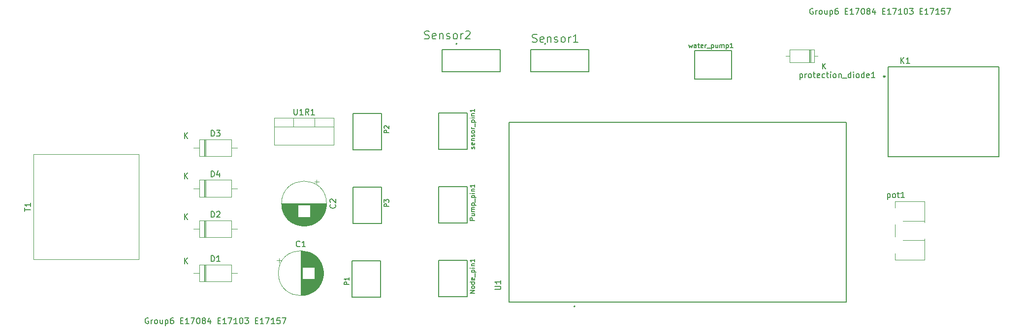
<source format=gbr>
%TF.GenerationSoftware,KiCad,Pcbnew,(6.0.10)*%
%TF.CreationDate,2023-01-19T14:06:35+05:30*%
%TF.ProjectId,KiCad PCB 11 - EE356 PCB 9 (2023-01-19),4b694361-6420-4504-9342-203131202d20,rev?*%
%TF.SameCoordinates,Original*%
%TF.FileFunction,Legend,Top*%
%TF.FilePolarity,Positive*%
%FSLAX46Y46*%
G04 Gerber Fmt 4.6, Leading zero omitted, Abs format (unit mm)*
G04 Created by KiCad (PCBNEW (6.0.10)) date 2023-01-19 14:06:35*
%MOMM*%
%LPD*%
G01*
G04 APERTURE LIST*
%ADD10C,0.150000*%
%ADD11C,0.203200*%
%ADD12C,0.120000*%
%ADD13C,0.127000*%
%ADD14C,0.200000*%
%ADD15C,0.300000*%
G04 APERTURE END LIST*
D10*
X111666190Y-84590000D02*
X111570952Y-84542380D01*
X111428095Y-84542380D01*
X111285238Y-84590000D01*
X111190000Y-84685238D01*
X111142380Y-84780476D01*
X111094761Y-84970952D01*
X111094761Y-85113809D01*
X111142380Y-85304285D01*
X111190000Y-85399523D01*
X111285238Y-85494761D01*
X111428095Y-85542380D01*
X111523333Y-85542380D01*
X111666190Y-85494761D01*
X111713809Y-85447142D01*
X111713809Y-85113809D01*
X111523333Y-85113809D01*
X112142380Y-85542380D02*
X112142380Y-84875714D01*
X112142380Y-85066190D02*
X112190000Y-84970952D01*
X112237619Y-84923333D01*
X112332857Y-84875714D01*
X112428095Y-84875714D01*
X112904285Y-85542380D02*
X112809047Y-85494761D01*
X112761428Y-85447142D01*
X112713809Y-85351904D01*
X112713809Y-85066190D01*
X112761428Y-84970952D01*
X112809047Y-84923333D01*
X112904285Y-84875714D01*
X113047142Y-84875714D01*
X113142380Y-84923333D01*
X113190000Y-84970952D01*
X113237619Y-85066190D01*
X113237619Y-85351904D01*
X113190000Y-85447142D01*
X113142380Y-85494761D01*
X113047142Y-85542380D01*
X112904285Y-85542380D01*
X114094761Y-84875714D02*
X114094761Y-85542380D01*
X113666190Y-84875714D02*
X113666190Y-85399523D01*
X113713809Y-85494761D01*
X113809047Y-85542380D01*
X113951904Y-85542380D01*
X114047142Y-85494761D01*
X114094761Y-85447142D01*
X114570952Y-84875714D02*
X114570952Y-85875714D01*
X114570952Y-84923333D02*
X114666190Y-84875714D01*
X114856666Y-84875714D01*
X114951904Y-84923333D01*
X114999523Y-84970952D01*
X115047142Y-85066190D01*
X115047142Y-85351904D01*
X114999523Y-85447142D01*
X114951904Y-85494761D01*
X114856666Y-85542380D01*
X114666190Y-85542380D01*
X114570952Y-85494761D01*
X115904285Y-84542380D02*
X115713809Y-84542380D01*
X115618571Y-84590000D01*
X115570952Y-84637619D01*
X115475714Y-84780476D01*
X115428095Y-84970952D01*
X115428095Y-85351904D01*
X115475714Y-85447142D01*
X115523333Y-85494761D01*
X115618571Y-85542380D01*
X115809047Y-85542380D01*
X115904285Y-85494761D01*
X115951904Y-85447142D01*
X115999523Y-85351904D01*
X115999523Y-85113809D01*
X115951904Y-85018571D01*
X115904285Y-84970952D01*
X115809047Y-84923333D01*
X115618571Y-84923333D01*
X115523333Y-84970952D01*
X115475714Y-85018571D01*
X115428095Y-85113809D01*
X117190000Y-85018571D02*
X117523333Y-85018571D01*
X117666190Y-85542380D02*
X117190000Y-85542380D01*
X117190000Y-84542380D01*
X117666190Y-84542380D01*
X118618571Y-85542380D02*
X118047142Y-85542380D01*
X118332857Y-85542380D02*
X118332857Y-84542380D01*
X118237619Y-84685238D01*
X118142380Y-84780476D01*
X118047142Y-84828095D01*
X118951904Y-84542380D02*
X119618571Y-84542380D01*
X119190000Y-85542380D01*
X120190000Y-84542380D02*
X120285238Y-84542380D01*
X120380476Y-84590000D01*
X120428095Y-84637619D01*
X120475714Y-84732857D01*
X120523333Y-84923333D01*
X120523333Y-85161428D01*
X120475714Y-85351904D01*
X120428095Y-85447142D01*
X120380476Y-85494761D01*
X120285238Y-85542380D01*
X120190000Y-85542380D01*
X120094761Y-85494761D01*
X120047142Y-85447142D01*
X119999523Y-85351904D01*
X119951904Y-85161428D01*
X119951904Y-84923333D01*
X119999523Y-84732857D01*
X120047142Y-84637619D01*
X120094761Y-84590000D01*
X120190000Y-84542380D01*
X121094761Y-84970952D02*
X120999523Y-84923333D01*
X120951904Y-84875714D01*
X120904285Y-84780476D01*
X120904285Y-84732857D01*
X120951904Y-84637619D01*
X120999523Y-84590000D01*
X121094761Y-84542380D01*
X121285238Y-84542380D01*
X121380476Y-84590000D01*
X121428095Y-84637619D01*
X121475714Y-84732857D01*
X121475714Y-84780476D01*
X121428095Y-84875714D01*
X121380476Y-84923333D01*
X121285238Y-84970952D01*
X121094761Y-84970952D01*
X120999523Y-85018571D01*
X120951904Y-85066190D01*
X120904285Y-85161428D01*
X120904285Y-85351904D01*
X120951904Y-85447142D01*
X120999523Y-85494761D01*
X121094761Y-85542380D01*
X121285238Y-85542380D01*
X121380476Y-85494761D01*
X121428095Y-85447142D01*
X121475714Y-85351904D01*
X121475714Y-85161428D01*
X121428095Y-85066190D01*
X121380476Y-85018571D01*
X121285238Y-84970952D01*
X122332857Y-84875714D02*
X122332857Y-85542380D01*
X122094761Y-84494761D02*
X121856666Y-85209047D01*
X122475714Y-85209047D01*
X123618571Y-85018571D02*
X123951904Y-85018571D01*
X124094761Y-85542380D02*
X123618571Y-85542380D01*
X123618571Y-84542380D01*
X124094761Y-84542380D01*
X125047142Y-85542380D02*
X124475714Y-85542380D01*
X124761428Y-85542380D02*
X124761428Y-84542380D01*
X124666190Y-84685238D01*
X124570952Y-84780476D01*
X124475714Y-84828095D01*
X125380476Y-84542380D02*
X126047142Y-84542380D01*
X125618571Y-85542380D01*
X126951904Y-85542380D02*
X126380476Y-85542380D01*
X126666190Y-85542380D02*
X126666190Y-84542380D01*
X126570952Y-84685238D01*
X126475714Y-84780476D01*
X126380476Y-84828095D01*
X127570952Y-84542380D02*
X127666190Y-84542380D01*
X127761428Y-84590000D01*
X127809047Y-84637619D01*
X127856666Y-84732857D01*
X127904285Y-84923333D01*
X127904285Y-85161428D01*
X127856666Y-85351904D01*
X127809047Y-85447142D01*
X127761428Y-85494761D01*
X127666190Y-85542380D01*
X127570952Y-85542380D01*
X127475714Y-85494761D01*
X127428095Y-85447142D01*
X127380476Y-85351904D01*
X127332857Y-85161428D01*
X127332857Y-84923333D01*
X127380476Y-84732857D01*
X127428095Y-84637619D01*
X127475714Y-84590000D01*
X127570952Y-84542380D01*
X128237619Y-84542380D02*
X128856666Y-84542380D01*
X128523333Y-84923333D01*
X128666190Y-84923333D01*
X128761428Y-84970952D01*
X128809047Y-85018571D01*
X128856666Y-85113809D01*
X128856666Y-85351904D01*
X128809047Y-85447142D01*
X128761428Y-85494761D01*
X128666190Y-85542380D01*
X128380476Y-85542380D01*
X128285238Y-85494761D01*
X128237619Y-85447142D01*
X130047142Y-85018571D02*
X130380476Y-85018571D01*
X130523333Y-85542380D02*
X130047142Y-85542380D01*
X130047142Y-84542380D01*
X130523333Y-84542380D01*
X131475714Y-85542380D02*
X130904285Y-85542380D01*
X131190000Y-85542380D02*
X131190000Y-84542380D01*
X131094761Y-84685238D01*
X130999523Y-84780476D01*
X130904285Y-84828095D01*
X131809047Y-84542380D02*
X132475714Y-84542380D01*
X132047142Y-85542380D01*
X133380476Y-85542380D02*
X132809047Y-85542380D01*
X133094761Y-85542380D02*
X133094761Y-84542380D01*
X132999523Y-84685238D01*
X132904285Y-84780476D01*
X132809047Y-84828095D01*
X134285238Y-84542380D02*
X133809047Y-84542380D01*
X133761428Y-85018571D01*
X133809047Y-84970952D01*
X133904285Y-84923333D01*
X134142380Y-84923333D01*
X134237619Y-84970952D01*
X134285238Y-85018571D01*
X134332857Y-85113809D01*
X134332857Y-85351904D01*
X134285238Y-85447142D01*
X134237619Y-85494761D01*
X134142380Y-85542380D01*
X133904285Y-85542380D01*
X133809047Y-85494761D01*
X133761428Y-85447142D01*
X134666190Y-84542380D02*
X135332857Y-84542380D01*
X134904285Y-85542380D01*
X225966190Y-31250000D02*
X225870952Y-31202380D01*
X225728095Y-31202380D01*
X225585238Y-31250000D01*
X225490000Y-31345238D01*
X225442380Y-31440476D01*
X225394761Y-31630952D01*
X225394761Y-31773809D01*
X225442380Y-31964285D01*
X225490000Y-32059523D01*
X225585238Y-32154761D01*
X225728095Y-32202380D01*
X225823333Y-32202380D01*
X225966190Y-32154761D01*
X226013809Y-32107142D01*
X226013809Y-31773809D01*
X225823333Y-31773809D01*
X226442380Y-32202380D02*
X226442380Y-31535714D01*
X226442380Y-31726190D02*
X226490000Y-31630952D01*
X226537619Y-31583333D01*
X226632857Y-31535714D01*
X226728095Y-31535714D01*
X227204285Y-32202380D02*
X227109047Y-32154761D01*
X227061428Y-32107142D01*
X227013809Y-32011904D01*
X227013809Y-31726190D01*
X227061428Y-31630952D01*
X227109047Y-31583333D01*
X227204285Y-31535714D01*
X227347142Y-31535714D01*
X227442380Y-31583333D01*
X227490000Y-31630952D01*
X227537619Y-31726190D01*
X227537619Y-32011904D01*
X227490000Y-32107142D01*
X227442380Y-32154761D01*
X227347142Y-32202380D01*
X227204285Y-32202380D01*
X228394761Y-31535714D02*
X228394761Y-32202380D01*
X227966190Y-31535714D02*
X227966190Y-32059523D01*
X228013809Y-32154761D01*
X228109047Y-32202380D01*
X228251904Y-32202380D01*
X228347142Y-32154761D01*
X228394761Y-32107142D01*
X228870952Y-31535714D02*
X228870952Y-32535714D01*
X228870952Y-31583333D02*
X228966190Y-31535714D01*
X229156666Y-31535714D01*
X229251904Y-31583333D01*
X229299523Y-31630952D01*
X229347142Y-31726190D01*
X229347142Y-32011904D01*
X229299523Y-32107142D01*
X229251904Y-32154761D01*
X229156666Y-32202380D01*
X228966190Y-32202380D01*
X228870952Y-32154761D01*
X230204285Y-31202380D02*
X230013809Y-31202380D01*
X229918571Y-31250000D01*
X229870952Y-31297619D01*
X229775714Y-31440476D01*
X229728095Y-31630952D01*
X229728095Y-32011904D01*
X229775714Y-32107142D01*
X229823333Y-32154761D01*
X229918571Y-32202380D01*
X230109047Y-32202380D01*
X230204285Y-32154761D01*
X230251904Y-32107142D01*
X230299523Y-32011904D01*
X230299523Y-31773809D01*
X230251904Y-31678571D01*
X230204285Y-31630952D01*
X230109047Y-31583333D01*
X229918571Y-31583333D01*
X229823333Y-31630952D01*
X229775714Y-31678571D01*
X229728095Y-31773809D01*
X231490000Y-31678571D02*
X231823333Y-31678571D01*
X231966190Y-32202380D02*
X231490000Y-32202380D01*
X231490000Y-31202380D01*
X231966190Y-31202380D01*
X232918571Y-32202380D02*
X232347142Y-32202380D01*
X232632857Y-32202380D02*
X232632857Y-31202380D01*
X232537619Y-31345238D01*
X232442380Y-31440476D01*
X232347142Y-31488095D01*
X233251904Y-31202380D02*
X233918571Y-31202380D01*
X233490000Y-32202380D01*
X234490000Y-31202380D02*
X234585238Y-31202380D01*
X234680476Y-31250000D01*
X234728095Y-31297619D01*
X234775714Y-31392857D01*
X234823333Y-31583333D01*
X234823333Y-31821428D01*
X234775714Y-32011904D01*
X234728095Y-32107142D01*
X234680476Y-32154761D01*
X234585238Y-32202380D01*
X234490000Y-32202380D01*
X234394761Y-32154761D01*
X234347142Y-32107142D01*
X234299523Y-32011904D01*
X234251904Y-31821428D01*
X234251904Y-31583333D01*
X234299523Y-31392857D01*
X234347142Y-31297619D01*
X234394761Y-31250000D01*
X234490000Y-31202380D01*
X235394761Y-31630952D02*
X235299523Y-31583333D01*
X235251904Y-31535714D01*
X235204285Y-31440476D01*
X235204285Y-31392857D01*
X235251904Y-31297619D01*
X235299523Y-31250000D01*
X235394761Y-31202380D01*
X235585238Y-31202380D01*
X235680476Y-31250000D01*
X235728095Y-31297619D01*
X235775714Y-31392857D01*
X235775714Y-31440476D01*
X235728095Y-31535714D01*
X235680476Y-31583333D01*
X235585238Y-31630952D01*
X235394761Y-31630952D01*
X235299523Y-31678571D01*
X235251904Y-31726190D01*
X235204285Y-31821428D01*
X235204285Y-32011904D01*
X235251904Y-32107142D01*
X235299523Y-32154761D01*
X235394761Y-32202380D01*
X235585238Y-32202380D01*
X235680476Y-32154761D01*
X235728095Y-32107142D01*
X235775714Y-32011904D01*
X235775714Y-31821428D01*
X235728095Y-31726190D01*
X235680476Y-31678571D01*
X235585238Y-31630952D01*
X236632857Y-31535714D02*
X236632857Y-32202380D01*
X236394761Y-31154761D02*
X236156666Y-31869047D01*
X236775714Y-31869047D01*
X237918571Y-31678571D02*
X238251904Y-31678571D01*
X238394761Y-32202380D02*
X237918571Y-32202380D01*
X237918571Y-31202380D01*
X238394761Y-31202380D01*
X239347142Y-32202380D02*
X238775714Y-32202380D01*
X239061428Y-32202380D02*
X239061428Y-31202380D01*
X238966190Y-31345238D01*
X238870952Y-31440476D01*
X238775714Y-31488095D01*
X239680476Y-31202380D02*
X240347142Y-31202380D01*
X239918571Y-32202380D01*
X241251904Y-32202380D02*
X240680476Y-32202380D01*
X240966190Y-32202380D02*
X240966190Y-31202380D01*
X240870952Y-31345238D01*
X240775714Y-31440476D01*
X240680476Y-31488095D01*
X241870952Y-31202380D02*
X241966190Y-31202380D01*
X242061428Y-31250000D01*
X242109047Y-31297619D01*
X242156666Y-31392857D01*
X242204285Y-31583333D01*
X242204285Y-31821428D01*
X242156666Y-32011904D01*
X242109047Y-32107142D01*
X242061428Y-32154761D01*
X241966190Y-32202380D01*
X241870952Y-32202380D01*
X241775714Y-32154761D01*
X241728095Y-32107142D01*
X241680476Y-32011904D01*
X241632857Y-31821428D01*
X241632857Y-31583333D01*
X241680476Y-31392857D01*
X241728095Y-31297619D01*
X241775714Y-31250000D01*
X241870952Y-31202380D01*
X242537619Y-31202380D02*
X243156666Y-31202380D01*
X242823333Y-31583333D01*
X242966190Y-31583333D01*
X243061428Y-31630952D01*
X243109047Y-31678571D01*
X243156666Y-31773809D01*
X243156666Y-32011904D01*
X243109047Y-32107142D01*
X243061428Y-32154761D01*
X242966190Y-32202380D01*
X242680476Y-32202380D01*
X242585238Y-32154761D01*
X242537619Y-32107142D01*
X244347142Y-31678571D02*
X244680476Y-31678571D01*
X244823333Y-32202380D02*
X244347142Y-32202380D01*
X244347142Y-31202380D01*
X244823333Y-31202380D01*
X245775714Y-32202380D02*
X245204285Y-32202380D01*
X245489999Y-32202380D02*
X245489999Y-31202380D01*
X245394761Y-31345238D01*
X245299523Y-31440476D01*
X245204285Y-31488095D01*
X246109047Y-31202380D02*
X246775714Y-31202380D01*
X246347142Y-32202380D01*
X247680476Y-32202380D02*
X247109047Y-32202380D01*
X247394761Y-32202380D02*
X247394761Y-31202380D01*
X247299523Y-31345238D01*
X247204285Y-31440476D01*
X247109047Y-31488095D01*
X248585238Y-31202380D02*
X248109047Y-31202380D01*
X248061428Y-31678571D01*
X248109047Y-31630952D01*
X248204285Y-31583333D01*
X248442380Y-31583333D01*
X248537619Y-31630952D01*
X248585238Y-31678571D01*
X248632857Y-31773809D01*
X248632857Y-32011904D01*
X248585238Y-32107142D01*
X248537619Y-32154761D01*
X248442380Y-32202380D01*
X248204285Y-32202380D01*
X248109047Y-32154761D01*
X248061428Y-32107142D01*
X248966190Y-31202380D02*
X249632857Y-31202380D01*
X249204285Y-32202380D01*
%TO.C,water_pump1*%
X204624523Y-37436571D02*
X204776904Y-37969904D01*
X204929285Y-37588952D01*
X205081666Y-37969904D01*
X205234047Y-37436571D01*
X205881666Y-37969904D02*
X205881666Y-37550857D01*
X205843571Y-37474666D01*
X205767380Y-37436571D01*
X205615000Y-37436571D01*
X205538809Y-37474666D01*
X205881666Y-37931809D02*
X205805476Y-37969904D01*
X205615000Y-37969904D01*
X205538809Y-37931809D01*
X205500714Y-37855619D01*
X205500714Y-37779428D01*
X205538809Y-37703238D01*
X205615000Y-37665142D01*
X205805476Y-37665142D01*
X205881666Y-37627047D01*
X206148333Y-37436571D02*
X206453095Y-37436571D01*
X206262619Y-37169904D02*
X206262619Y-37855619D01*
X206300714Y-37931809D01*
X206376904Y-37969904D01*
X206453095Y-37969904D01*
X207024523Y-37931809D02*
X206948333Y-37969904D01*
X206795952Y-37969904D01*
X206719761Y-37931809D01*
X206681666Y-37855619D01*
X206681666Y-37550857D01*
X206719761Y-37474666D01*
X206795952Y-37436571D01*
X206948333Y-37436571D01*
X207024523Y-37474666D01*
X207062619Y-37550857D01*
X207062619Y-37627047D01*
X206681666Y-37703238D01*
X207405476Y-37969904D02*
X207405476Y-37436571D01*
X207405476Y-37588952D02*
X207443571Y-37512761D01*
X207481666Y-37474666D01*
X207557857Y-37436571D01*
X207634047Y-37436571D01*
X207710238Y-38046095D02*
X208319761Y-38046095D01*
X208510238Y-37436571D02*
X208510238Y-38236571D01*
X208510238Y-37474666D02*
X208586428Y-37436571D01*
X208738809Y-37436571D01*
X208815000Y-37474666D01*
X208853095Y-37512761D01*
X208891190Y-37588952D01*
X208891190Y-37817523D01*
X208853095Y-37893714D01*
X208815000Y-37931809D01*
X208738809Y-37969904D01*
X208586428Y-37969904D01*
X208510238Y-37931809D01*
X209576904Y-37436571D02*
X209576904Y-37969904D01*
X209234047Y-37436571D02*
X209234047Y-37855619D01*
X209272142Y-37931809D01*
X209348333Y-37969904D01*
X209462619Y-37969904D01*
X209538809Y-37931809D01*
X209576904Y-37893714D01*
X209957857Y-37969904D02*
X209957857Y-37436571D01*
X209957857Y-37512761D02*
X209995952Y-37474666D01*
X210072142Y-37436571D01*
X210186428Y-37436571D01*
X210262619Y-37474666D01*
X210300714Y-37550857D01*
X210300714Y-37969904D01*
X210300714Y-37550857D02*
X210338809Y-37474666D01*
X210415000Y-37436571D01*
X210529285Y-37436571D01*
X210605476Y-37474666D01*
X210643571Y-37550857D01*
X210643571Y-37969904D01*
X211024523Y-37436571D02*
X211024523Y-38236571D01*
X211024523Y-37474666D02*
X211100714Y-37436571D01*
X211253095Y-37436571D01*
X211329285Y-37474666D01*
X211367380Y-37512761D01*
X211405476Y-37588952D01*
X211405476Y-37817523D01*
X211367380Y-37893714D01*
X211329285Y-37931809D01*
X211253095Y-37969904D01*
X211100714Y-37969904D01*
X211024523Y-37931809D01*
X212167380Y-37969904D02*
X211710238Y-37969904D01*
X211938809Y-37969904D02*
X211938809Y-37169904D01*
X211862619Y-37284190D01*
X211786428Y-37360380D01*
X211710238Y-37398476D01*
%TO.C,Pump_pin1*%
X167755904Y-67725666D02*
X166955904Y-67725666D01*
X166955904Y-67420904D01*
X166994000Y-67344714D01*
X167032095Y-67306619D01*
X167108285Y-67268523D01*
X167222571Y-67268523D01*
X167298761Y-67306619D01*
X167336857Y-67344714D01*
X167374952Y-67420904D01*
X167374952Y-67725666D01*
X167222571Y-66582809D02*
X167755904Y-66582809D01*
X167222571Y-66925666D02*
X167641619Y-66925666D01*
X167717809Y-66887571D01*
X167755904Y-66811380D01*
X167755904Y-66697095D01*
X167717809Y-66620904D01*
X167679714Y-66582809D01*
X167755904Y-66201857D02*
X167222571Y-66201857D01*
X167298761Y-66201857D02*
X167260666Y-66163761D01*
X167222571Y-66087571D01*
X167222571Y-65973285D01*
X167260666Y-65897095D01*
X167336857Y-65859000D01*
X167755904Y-65859000D01*
X167336857Y-65859000D02*
X167260666Y-65820904D01*
X167222571Y-65744714D01*
X167222571Y-65630428D01*
X167260666Y-65554238D01*
X167336857Y-65516142D01*
X167755904Y-65516142D01*
X167222571Y-65135190D02*
X168022571Y-65135190D01*
X167260666Y-65135190D02*
X167222571Y-65059000D01*
X167222571Y-64906619D01*
X167260666Y-64830428D01*
X167298761Y-64792333D01*
X167374952Y-64754238D01*
X167603523Y-64754238D01*
X167679714Y-64792333D01*
X167717809Y-64830428D01*
X167755904Y-64906619D01*
X167755904Y-65059000D01*
X167717809Y-65135190D01*
X167832095Y-64601857D02*
X167832095Y-63992333D01*
X167222571Y-63801857D02*
X168022571Y-63801857D01*
X167260666Y-63801857D02*
X167222571Y-63725666D01*
X167222571Y-63573285D01*
X167260666Y-63497095D01*
X167298761Y-63459000D01*
X167374952Y-63420904D01*
X167603523Y-63420904D01*
X167679714Y-63459000D01*
X167717809Y-63497095D01*
X167755904Y-63573285D01*
X167755904Y-63725666D01*
X167717809Y-63801857D01*
X167755904Y-63078047D02*
X167222571Y-63078047D01*
X166955904Y-63078047D02*
X166994000Y-63116142D01*
X167032095Y-63078047D01*
X166994000Y-63039952D01*
X166955904Y-63078047D01*
X167032095Y-63078047D01*
X167222571Y-62697095D02*
X167755904Y-62697095D01*
X167298761Y-62697095D02*
X167260666Y-62659000D01*
X167222571Y-62582809D01*
X167222571Y-62468523D01*
X167260666Y-62392333D01*
X167336857Y-62354238D01*
X167755904Y-62354238D01*
X167755904Y-61554238D02*
X167755904Y-62011380D01*
X167755904Y-61782809D02*
X166955904Y-61782809D01*
X167070190Y-61859000D01*
X167146380Y-61935190D01*
X167184476Y-62011380D01*
%TO.C,P1*%
X146157904Y-78806476D02*
X145357904Y-78806476D01*
X145357904Y-78501714D01*
X145396000Y-78425523D01*
X145434095Y-78387428D01*
X145510285Y-78349333D01*
X145624571Y-78349333D01*
X145700761Y-78387428D01*
X145738857Y-78425523D01*
X145776952Y-78501714D01*
X145776952Y-78806476D01*
X146157904Y-77587428D02*
X146157904Y-78044571D01*
X146157904Y-77816000D02*
X145357904Y-77816000D01*
X145472190Y-77892190D01*
X145548380Y-77968380D01*
X145586476Y-78044571D01*
%TO.C,Node_pin1*%
X167755904Y-80254238D02*
X166955904Y-80254238D01*
X167755904Y-79797095D01*
X166955904Y-79797095D01*
X167755904Y-79301857D02*
X167717809Y-79378047D01*
X167679714Y-79416142D01*
X167603523Y-79454238D01*
X167374952Y-79454238D01*
X167298761Y-79416142D01*
X167260666Y-79378047D01*
X167222571Y-79301857D01*
X167222571Y-79187571D01*
X167260666Y-79111380D01*
X167298761Y-79073285D01*
X167374952Y-79035190D01*
X167603523Y-79035190D01*
X167679714Y-79073285D01*
X167717809Y-79111380D01*
X167755904Y-79187571D01*
X167755904Y-79301857D01*
X167755904Y-78349476D02*
X166955904Y-78349476D01*
X167717809Y-78349476D02*
X167755904Y-78425666D01*
X167755904Y-78578047D01*
X167717809Y-78654238D01*
X167679714Y-78692333D01*
X167603523Y-78730428D01*
X167374952Y-78730428D01*
X167298761Y-78692333D01*
X167260666Y-78654238D01*
X167222571Y-78578047D01*
X167222571Y-78425666D01*
X167260666Y-78349476D01*
X167717809Y-77663761D02*
X167755904Y-77739952D01*
X167755904Y-77892333D01*
X167717809Y-77968523D01*
X167641619Y-78006619D01*
X167336857Y-78006619D01*
X167260666Y-77968523D01*
X167222571Y-77892333D01*
X167222571Y-77739952D01*
X167260666Y-77663761D01*
X167336857Y-77625666D01*
X167413047Y-77625666D01*
X167489238Y-78006619D01*
X167832095Y-77473285D02*
X167832095Y-76863761D01*
X167222571Y-76673285D02*
X168022571Y-76673285D01*
X167260666Y-76673285D02*
X167222571Y-76597095D01*
X167222571Y-76444714D01*
X167260666Y-76368523D01*
X167298761Y-76330428D01*
X167374952Y-76292333D01*
X167603523Y-76292333D01*
X167679714Y-76330428D01*
X167717809Y-76368523D01*
X167755904Y-76444714D01*
X167755904Y-76597095D01*
X167717809Y-76673285D01*
X167755904Y-75949476D02*
X167222571Y-75949476D01*
X166955904Y-75949476D02*
X166994000Y-75987571D01*
X167032095Y-75949476D01*
X166994000Y-75911380D01*
X166955904Y-75949476D01*
X167032095Y-75949476D01*
X167222571Y-75568523D02*
X167755904Y-75568523D01*
X167298761Y-75568523D02*
X167260666Y-75530428D01*
X167222571Y-75454238D01*
X167222571Y-75339952D01*
X167260666Y-75263761D01*
X167336857Y-75225666D01*
X167755904Y-75225666D01*
X167755904Y-74425666D02*
X167755904Y-74882809D01*
X167755904Y-74654238D02*
X166955904Y-74654238D01*
X167070190Y-74730428D01*
X167146380Y-74806619D01*
X167184476Y-74882809D01*
%TO.C,D2*%
X122451904Y-67197380D02*
X122451904Y-66197380D01*
X122690000Y-66197380D01*
X122832857Y-66245000D01*
X122928095Y-66340238D01*
X122975714Y-66435476D01*
X123023333Y-66625952D01*
X123023333Y-66768809D01*
X122975714Y-66959285D01*
X122928095Y-67054523D01*
X122832857Y-67149761D01*
X122690000Y-67197380D01*
X122451904Y-67197380D01*
X123404285Y-66292619D02*
X123451904Y-66245000D01*
X123547142Y-66197380D01*
X123785238Y-66197380D01*
X123880476Y-66245000D01*
X123928095Y-66292619D01*
X123975714Y-66387857D01*
X123975714Y-66483095D01*
X123928095Y-66625952D01*
X123356666Y-67197380D01*
X123975714Y-67197380D01*
X117848095Y-67567380D02*
X117848095Y-66567380D01*
X118419523Y-67567380D02*
X117990952Y-66995952D01*
X118419523Y-66567380D02*
X117848095Y-67138809D01*
%TO.C,P2*%
X153015904Y-52644476D02*
X152215904Y-52644476D01*
X152215904Y-52339714D01*
X152254000Y-52263523D01*
X152292095Y-52225428D01*
X152368285Y-52187333D01*
X152482571Y-52187333D01*
X152558761Y-52225428D01*
X152596857Y-52263523D01*
X152634952Y-52339714D01*
X152634952Y-52644476D01*
X152292095Y-51882571D02*
X152254000Y-51844476D01*
X152215904Y-51768285D01*
X152215904Y-51577809D01*
X152254000Y-51501619D01*
X152292095Y-51463523D01*
X152368285Y-51425428D01*
X152444476Y-51425428D01*
X152558761Y-51463523D01*
X153015904Y-51920666D01*
X153015904Y-51425428D01*
%TO.C,sensor_pin1*%
X167717809Y-55368523D02*
X167755904Y-55292333D01*
X167755904Y-55139952D01*
X167717809Y-55063761D01*
X167641619Y-55025666D01*
X167603523Y-55025666D01*
X167527333Y-55063761D01*
X167489238Y-55139952D01*
X167489238Y-55254238D01*
X167451142Y-55330428D01*
X167374952Y-55368523D01*
X167336857Y-55368523D01*
X167260666Y-55330428D01*
X167222571Y-55254238D01*
X167222571Y-55139952D01*
X167260666Y-55063761D01*
X167717809Y-54378047D02*
X167755904Y-54454238D01*
X167755904Y-54606619D01*
X167717809Y-54682809D01*
X167641619Y-54720904D01*
X167336857Y-54720904D01*
X167260666Y-54682809D01*
X167222571Y-54606619D01*
X167222571Y-54454238D01*
X167260666Y-54378047D01*
X167336857Y-54339952D01*
X167413047Y-54339952D01*
X167489238Y-54720904D01*
X167222571Y-53997095D02*
X167755904Y-53997095D01*
X167298761Y-53997095D02*
X167260666Y-53959000D01*
X167222571Y-53882809D01*
X167222571Y-53768523D01*
X167260666Y-53692333D01*
X167336857Y-53654238D01*
X167755904Y-53654238D01*
X167717809Y-53311380D02*
X167755904Y-53235190D01*
X167755904Y-53082809D01*
X167717809Y-53006619D01*
X167641619Y-52968523D01*
X167603523Y-52968523D01*
X167527333Y-53006619D01*
X167489238Y-53082809D01*
X167489238Y-53197095D01*
X167451142Y-53273285D01*
X167374952Y-53311380D01*
X167336857Y-53311380D01*
X167260666Y-53273285D01*
X167222571Y-53197095D01*
X167222571Y-53082809D01*
X167260666Y-53006619D01*
X167755904Y-52511380D02*
X167717809Y-52587571D01*
X167679714Y-52625666D01*
X167603523Y-52663761D01*
X167374952Y-52663761D01*
X167298761Y-52625666D01*
X167260666Y-52587571D01*
X167222571Y-52511380D01*
X167222571Y-52397095D01*
X167260666Y-52320904D01*
X167298761Y-52282809D01*
X167374952Y-52244714D01*
X167603523Y-52244714D01*
X167679714Y-52282809D01*
X167717809Y-52320904D01*
X167755904Y-52397095D01*
X167755904Y-52511380D01*
X167755904Y-51901857D02*
X167222571Y-51901857D01*
X167374952Y-51901857D02*
X167298761Y-51863761D01*
X167260666Y-51825666D01*
X167222571Y-51749476D01*
X167222571Y-51673285D01*
X167832095Y-51597095D02*
X167832095Y-50987571D01*
X167222571Y-50797095D02*
X168022571Y-50797095D01*
X167260666Y-50797095D02*
X167222571Y-50720904D01*
X167222571Y-50568523D01*
X167260666Y-50492333D01*
X167298761Y-50454238D01*
X167374952Y-50416142D01*
X167603523Y-50416142D01*
X167679714Y-50454238D01*
X167717809Y-50492333D01*
X167755904Y-50568523D01*
X167755904Y-50720904D01*
X167717809Y-50797095D01*
X167755904Y-50073285D02*
X167222571Y-50073285D01*
X166955904Y-50073285D02*
X166994000Y-50111380D01*
X167032095Y-50073285D01*
X166994000Y-50035190D01*
X166955904Y-50073285D01*
X167032095Y-50073285D01*
X167222571Y-49692333D02*
X167755904Y-49692333D01*
X167298761Y-49692333D02*
X167260666Y-49654238D01*
X167222571Y-49578047D01*
X167222571Y-49463761D01*
X167260666Y-49387571D01*
X167336857Y-49349476D01*
X167755904Y-49349476D01*
X167755904Y-48549476D02*
X167755904Y-49006619D01*
X167755904Y-48778047D02*
X166955904Y-48778047D01*
X167070190Y-48854238D01*
X167146380Y-48930428D01*
X167184476Y-49006619D01*
%TO.C,U1R1*%
X136691904Y-48522380D02*
X136691904Y-49331904D01*
X136739523Y-49427142D01*
X136787142Y-49474761D01*
X136882380Y-49522380D01*
X137072857Y-49522380D01*
X137168095Y-49474761D01*
X137215714Y-49427142D01*
X137263333Y-49331904D01*
X137263333Y-48522380D01*
X138263333Y-49522380D02*
X137691904Y-49522380D01*
X137977619Y-49522380D02*
X137977619Y-48522380D01*
X137882380Y-48665238D01*
X137787142Y-48760476D01*
X137691904Y-48808095D01*
X139263333Y-49522380D02*
X138930000Y-49046190D01*
X138691904Y-49522380D02*
X138691904Y-48522380D01*
X139072857Y-48522380D01*
X139168095Y-48570000D01*
X139215714Y-48617619D01*
X139263333Y-48712857D01*
X139263333Y-48855714D01*
X139215714Y-48950952D01*
X139168095Y-48998571D01*
X139072857Y-49046190D01*
X138691904Y-49046190D01*
X140215714Y-49522380D02*
X139644285Y-49522380D01*
X139930000Y-49522380D02*
X139930000Y-48522380D01*
X139834761Y-48665238D01*
X139739523Y-48760476D01*
X139644285Y-48808095D01*
%TO.C,protection_diode1*%
X223703428Y-42473714D02*
X223703428Y-43473714D01*
X223703428Y-42521333D02*
X223798666Y-42473714D01*
X223989142Y-42473714D01*
X224084380Y-42521333D01*
X224132000Y-42568952D01*
X224179619Y-42664190D01*
X224179619Y-42949904D01*
X224132000Y-43045142D01*
X224084380Y-43092761D01*
X223989142Y-43140380D01*
X223798666Y-43140380D01*
X223703428Y-43092761D01*
X224608190Y-43140380D02*
X224608190Y-42473714D01*
X224608190Y-42664190D02*
X224655809Y-42568952D01*
X224703428Y-42521333D01*
X224798666Y-42473714D01*
X224893904Y-42473714D01*
X225370095Y-43140380D02*
X225274857Y-43092761D01*
X225227238Y-43045142D01*
X225179619Y-42949904D01*
X225179619Y-42664190D01*
X225227238Y-42568952D01*
X225274857Y-42521333D01*
X225370095Y-42473714D01*
X225512952Y-42473714D01*
X225608190Y-42521333D01*
X225655809Y-42568952D01*
X225703428Y-42664190D01*
X225703428Y-42949904D01*
X225655809Y-43045142D01*
X225608190Y-43092761D01*
X225512952Y-43140380D01*
X225370095Y-43140380D01*
X225989142Y-42473714D02*
X226370095Y-42473714D01*
X226132000Y-42140380D02*
X226132000Y-42997523D01*
X226179619Y-43092761D01*
X226274857Y-43140380D01*
X226370095Y-43140380D01*
X227084380Y-43092761D02*
X226989142Y-43140380D01*
X226798666Y-43140380D01*
X226703428Y-43092761D01*
X226655809Y-42997523D01*
X226655809Y-42616571D01*
X226703428Y-42521333D01*
X226798666Y-42473714D01*
X226989142Y-42473714D01*
X227084380Y-42521333D01*
X227132000Y-42616571D01*
X227132000Y-42711809D01*
X226655809Y-42807047D01*
X227989142Y-43092761D02*
X227893904Y-43140380D01*
X227703428Y-43140380D01*
X227608190Y-43092761D01*
X227560571Y-43045142D01*
X227512952Y-42949904D01*
X227512952Y-42664190D01*
X227560571Y-42568952D01*
X227608190Y-42521333D01*
X227703428Y-42473714D01*
X227893904Y-42473714D01*
X227989142Y-42521333D01*
X228274857Y-42473714D02*
X228655809Y-42473714D01*
X228417714Y-42140380D02*
X228417714Y-42997523D01*
X228465333Y-43092761D01*
X228560571Y-43140380D01*
X228655809Y-43140380D01*
X228989142Y-43140380D02*
X228989142Y-42473714D01*
X228989142Y-42140380D02*
X228941523Y-42188000D01*
X228989142Y-42235619D01*
X229036761Y-42188000D01*
X228989142Y-42140380D01*
X228989142Y-42235619D01*
X229608190Y-43140380D02*
X229512952Y-43092761D01*
X229465333Y-43045142D01*
X229417714Y-42949904D01*
X229417714Y-42664190D01*
X229465333Y-42568952D01*
X229512952Y-42521333D01*
X229608190Y-42473714D01*
X229751047Y-42473714D01*
X229846285Y-42521333D01*
X229893904Y-42568952D01*
X229941523Y-42664190D01*
X229941523Y-42949904D01*
X229893904Y-43045142D01*
X229846285Y-43092761D01*
X229751047Y-43140380D01*
X229608190Y-43140380D01*
X230370095Y-42473714D02*
X230370095Y-43140380D01*
X230370095Y-42568952D02*
X230417714Y-42521333D01*
X230512952Y-42473714D01*
X230655809Y-42473714D01*
X230751047Y-42521333D01*
X230798666Y-42616571D01*
X230798666Y-43140380D01*
X231036761Y-43235619D02*
X231798666Y-43235619D01*
X232465333Y-43140380D02*
X232465333Y-42140380D01*
X232465333Y-43092761D02*
X232370095Y-43140380D01*
X232179619Y-43140380D01*
X232084380Y-43092761D01*
X232036761Y-43045142D01*
X231989142Y-42949904D01*
X231989142Y-42664190D01*
X232036761Y-42568952D01*
X232084380Y-42521333D01*
X232179619Y-42473714D01*
X232370095Y-42473714D01*
X232465333Y-42521333D01*
X232941523Y-43140380D02*
X232941523Y-42473714D01*
X232941523Y-42140380D02*
X232893904Y-42188000D01*
X232941523Y-42235619D01*
X232989142Y-42188000D01*
X232941523Y-42140380D01*
X232941523Y-42235619D01*
X233560571Y-43140380D02*
X233465333Y-43092761D01*
X233417714Y-43045142D01*
X233370095Y-42949904D01*
X233370095Y-42664190D01*
X233417714Y-42568952D01*
X233465333Y-42521333D01*
X233560571Y-42473714D01*
X233703428Y-42473714D01*
X233798666Y-42521333D01*
X233846285Y-42568952D01*
X233893904Y-42664190D01*
X233893904Y-42949904D01*
X233846285Y-43045142D01*
X233798666Y-43092761D01*
X233703428Y-43140380D01*
X233560571Y-43140380D01*
X234751047Y-43140380D02*
X234751047Y-42140380D01*
X234751047Y-43092761D02*
X234655809Y-43140380D01*
X234465333Y-43140380D01*
X234370095Y-43092761D01*
X234322476Y-43045142D01*
X234274857Y-42949904D01*
X234274857Y-42664190D01*
X234322476Y-42568952D01*
X234370095Y-42521333D01*
X234465333Y-42473714D01*
X234655809Y-42473714D01*
X234751047Y-42521333D01*
X235608190Y-43092761D02*
X235512952Y-43140380D01*
X235322476Y-43140380D01*
X235227238Y-43092761D01*
X235179619Y-42997523D01*
X235179619Y-42616571D01*
X235227238Y-42521333D01*
X235322476Y-42473714D01*
X235512952Y-42473714D01*
X235608190Y-42521333D01*
X235655809Y-42616571D01*
X235655809Y-42711809D01*
X235179619Y-42807047D01*
X236608190Y-43140380D02*
X236036761Y-43140380D01*
X236322476Y-43140380D02*
X236322476Y-42140380D01*
X236227238Y-42283238D01*
X236132000Y-42378476D01*
X236036761Y-42426095D01*
X227584095Y-41638380D02*
X227584095Y-40638380D01*
X228155523Y-41638380D02*
X227726952Y-41066952D01*
X228155523Y-40638380D02*
X227584095Y-41209809D01*
%TO.C,D1*%
X122451904Y-74817380D02*
X122451904Y-73817380D01*
X122690000Y-73817380D01*
X122832857Y-73865000D01*
X122928095Y-73960238D01*
X122975714Y-74055476D01*
X123023333Y-74245952D01*
X123023333Y-74388809D01*
X122975714Y-74579285D01*
X122928095Y-74674523D01*
X122832857Y-74769761D01*
X122690000Y-74817380D01*
X122451904Y-74817380D01*
X123975714Y-74817380D02*
X123404285Y-74817380D01*
X123690000Y-74817380D02*
X123690000Y-73817380D01*
X123594761Y-73960238D01*
X123499523Y-74055476D01*
X123404285Y-74103095D01*
X117848095Y-75187380D02*
X117848095Y-74187380D01*
X118419523Y-75187380D02*
X117990952Y-74615952D01*
X118419523Y-74187380D02*
X117848095Y-74758809D01*
%TO.C,Sensor1*%
X177684666Y-36971666D02*
X177884666Y-37038333D01*
X178218000Y-37038333D01*
X178351333Y-36971666D01*
X178418000Y-36905000D01*
X178484666Y-36771666D01*
X178484666Y-36638333D01*
X178418000Y-36505000D01*
X178351333Y-36438333D01*
X178218000Y-36371666D01*
X177951333Y-36305000D01*
X177818000Y-36238333D01*
X177751333Y-36171666D01*
X177684666Y-36038333D01*
X177684666Y-35905000D01*
X177751333Y-35771666D01*
X177818000Y-35705000D01*
X177951333Y-35638333D01*
X178284666Y-35638333D01*
X178484666Y-35705000D01*
X179618000Y-36971666D02*
X179484666Y-37038333D01*
X179218000Y-37038333D01*
X179084666Y-36971666D01*
X179018000Y-36838333D01*
X179018000Y-36305000D01*
X179084666Y-36171666D01*
X179218000Y-36105000D01*
X179484666Y-36105000D01*
X179618000Y-36171666D01*
X179684666Y-36305000D01*
X179684666Y-36438333D01*
X179018000Y-36571666D01*
X180284666Y-36105000D02*
X180284666Y-37038333D01*
X180284666Y-36238333D02*
X180351333Y-36171666D01*
X180484666Y-36105000D01*
X180684666Y-36105000D01*
X180818000Y-36171666D01*
X180884666Y-36305000D01*
X180884666Y-37038333D01*
X181484666Y-36971666D02*
X181618000Y-37038333D01*
X181884666Y-37038333D01*
X182018000Y-36971666D01*
X182084666Y-36838333D01*
X182084666Y-36771666D01*
X182018000Y-36638333D01*
X181884666Y-36571666D01*
X181684666Y-36571666D01*
X181551333Y-36505000D01*
X181484666Y-36371666D01*
X181484666Y-36305000D01*
X181551333Y-36171666D01*
X181684666Y-36105000D01*
X181884666Y-36105000D01*
X182018000Y-36171666D01*
X182884666Y-37038333D02*
X182751333Y-36971666D01*
X182684666Y-36905000D01*
X182618000Y-36771666D01*
X182618000Y-36371666D01*
X182684666Y-36238333D01*
X182751333Y-36171666D01*
X182884666Y-36105000D01*
X183084666Y-36105000D01*
X183218000Y-36171666D01*
X183284666Y-36238333D01*
X183351333Y-36371666D01*
X183351333Y-36771666D01*
X183284666Y-36905000D01*
X183218000Y-36971666D01*
X183084666Y-37038333D01*
X182884666Y-37038333D01*
X183951333Y-37038333D02*
X183951333Y-36105000D01*
X183951333Y-36371666D02*
X184018000Y-36238333D01*
X184084666Y-36171666D01*
X184218000Y-36105000D01*
X184351333Y-36105000D01*
X185551333Y-37038333D02*
X184751333Y-37038333D01*
X185151333Y-37038333D02*
X185151333Y-35638333D01*
X185018000Y-35838333D01*
X184884666Y-35971666D01*
X184751333Y-36038333D01*
%TO.C,D3*%
X122451904Y-53227380D02*
X122451904Y-52227380D01*
X122690000Y-52227380D01*
X122832857Y-52275000D01*
X122928095Y-52370238D01*
X122975714Y-52465476D01*
X123023333Y-52655952D01*
X123023333Y-52798809D01*
X122975714Y-52989285D01*
X122928095Y-53084523D01*
X122832857Y-53179761D01*
X122690000Y-53227380D01*
X122451904Y-53227380D01*
X123356666Y-52227380D02*
X123975714Y-52227380D01*
X123642380Y-52608333D01*
X123785238Y-52608333D01*
X123880476Y-52655952D01*
X123928095Y-52703571D01*
X123975714Y-52798809D01*
X123975714Y-53036904D01*
X123928095Y-53132142D01*
X123880476Y-53179761D01*
X123785238Y-53227380D01*
X123499523Y-53227380D01*
X123404285Y-53179761D01*
X123356666Y-53132142D01*
X117848095Y-53597380D02*
X117848095Y-52597380D01*
X118419523Y-53597380D02*
X117990952Y-53025952D01*
X118419523Y-52597380D02*
X117848095Y-53168809D01*
%TO.C,pot1*%
X238776428Y-63145714D02*
X238776428Y-64145714D01*
X238776428Y-63193333D02*
X238871666Y-63145714D01*
X239062142Y-63145714D01*
X239157380Y-63193333D01*
X239205000Y-63240952D01*
X239252619Y-63336190D01*
X239252619Y-63621904D01*
X239205000Y-63717142D01*
X239157380Y-63764761D01*
X239062142Y-63812380D01*
X238871666Y-63812380D01*
X238776428Y-63764761D01*
X239824047Y-63812380D02*
X239728809Y-63764761D01*
X239681190Y-63717142D01*
X239633571Y-63621904D01*
X239633571Y-63336190D01*
X239681190Y-63240952D01*
X239728809Y-63193333D01*
X239824047Y-63145714D01*
X239966904Y-63145714D01*
X240062142Y-63193333D01*
X240109761Y-63240952D01*
X240157380Y-63336190D01*
X240157380Y-63621904D01*
X240109761Y-63717142D01*
X240062142Y-63764761D01*
X239966904Y-63812380D01*
X239824047Y-63812380D01*
X240443095Y-63145714D02*
X240824047Y-63145714D01*
X240585952Y-62812380D02*
X240585952Y-63669523D01*
X240633571Y-63764761D01*
X240728809Y-63812380D01*
X240824047Y-63812380D01*
X241681190Y-63812380D02*
X241109761Y-63812380D01*
X241395476Y-63812380D02*
X241395476Y-62812380D01*
X241300238Y-62955238D01*
X241205000Y-63050476D01*
X241109761Y-63098095D01*
%TO.C,K1*%
X241056205Y-40654583D02*
X241056205Y-39654489D01*
X241627687Y-40654583D02*
X241199075Y-40083101D01*
X241627687Y-39654489D02*
X241056205Y-40225971D01*
X242580158Y-40654583D02*
X242008675Y-40654583D01*
X242294417Y-40654583D02*
X242294417Y-39654489D01*
X242199169Y-39797360D01*
X242103922Y-39892607D01*
X242008675Y-39940230D01*
%TO.C,Sensor2*%
X159142666Y-36396666D02*
X159342666Y-36463333D01*
X159676000Y-36463333D01*
X159809333Y-36396666D01*
X159876000Y-36330000D01*
X159942666Y-36196666D01*
X159942666Y-36063333D01*
X159876000Y-35930000D01*
X159809333Y-35863333D01*
X159676000Y-35796666D01*
X159409333Y-35730000D01*
X159276000Y-35663333D01*
X159209333Y-35596666D01*
X159142666Y-35463333D01*
X159142666Y-35330000D01*
X159209333Y-35196666D01*
X159276000Y-35130000D01*
X159409333Y-35063333D01*
X159742666Y-35063333D01*
X159942666Y-35130000D01*
X161076000Y-36396666D02*
X160942666Y-36463333D01*
X160676000Y-36463333D01*
X160542666Y-36396666D01*
X160476000Y-36263333D01*
X160476000Y-35730000D01*
X160542666Y-35596666D01*
X160676000Y-35530000D01*
X160942666Y-35530000D01*
X161076000Y-35596666D01*
X161142666Y-35730000D01*
X161142666Y-35863333D01*
X160476000Y-35996666D01*
X161742666Y-35530000D02*
X161742666Y-36463333D01*
X161742666Y-35663333D02*
X161809333Y-35596666D01*
X161942666Y-35530000D01*
X162142666Y-35530000D01*
X162276000Y-35596666D01*
X162342666Y-35730000D01*
X162342666Y-36463333D01*
X162942666Y-36396666D02*
X163076000Y-36463333D01*
X163342666Y-36463333D01*
X163476000Y-36396666D01*
X163542666Y-36263333D01*
X163542666Y-36196666D01*
X163476000Y-36063333D01*
X163342666Y-35996666D01*
X163142666Y-35996666D01*
X163009333Y-35930000D01*
X162942666Y-35796666D01*
X162942666Y-35730000D01*
X163009333Y-35596666D01*
X163142666Y-35530000D01*
X163342666Y-35530000D01*
X163476000Y-35596666D01*
X164342666Y-36463333D02*
X164209333Y-36396666D01*
X164142666Y-36330000D01*
X164076000Y-36196666D01*
X164076000Y-35796666D01*
X164142666Y-35663333D01*
X164209333Y-35596666D01*
X164342666Y-35530000D01*
X164542666Y-35530000D01*
X164676000Y-35596666D01*
X164742666Y-35663333D01*
X164809333Y-35796666D01*
X164809333Y-36196666D01*
X164742666Y-36330000D01*
X164676000Y-36396666D01*
X164542666Y-36463333D01*
X164342666Y-36463333D01*
X165409333Y-36463333D02*
X165409333Y-35530000D01*
X165409333Y-35796666D02*
X165476000Y-35663333D01*
X165542666Y-35596666D01*
X165676000Y-35530000D01*
X165809333Y-35530000D01*
X166209333Y-35196666D02*
X166276000Y-35130000D01*
X166409333Y-35063333D01*
X166742666Y-35063333D01*
X166876000Y-35130000D01*
X166942666Y-35196666D01*
X167009333Y-35330000D01*
X167009333Y-35463333D01*
X166942666Y-35663333D01*
X166142666Y-36463333D01*
X167009333Y-36463333D01*
%TO.C,P3*%
X153015904Y-65344476D02*
X152215904Y-65344476D01*
X152215904Y-65039714D01*
X152254000Y-64963523D01*
X152292095Y-64925428D01*
X152368285Y-64887333D01*
X152482571Y-64887333D01*
X152558761Y-64925428D01*
X152596857Y-64963523D01*
X152634952Y-65039714D01*
X152634952Y-65344476D01*
X152215904Y-64620666D02*
X152215904Y-64125428D01*
X152520666Y-64392095D01*
X152520666Y-64277809D01*
X152558761Y-64201619D01*
X152596857Y-64163523D01*
X152673047Y-64125428D01*
X152863523Y-64125428D01*
X152939714Y-64163523D01*
X152977809Y-64201619D01*
X153015904Y-64277809D01*
X153015904Y-64506380D01*
X152977809Y-64582571D01*
X152939714Y-64620666D01*
%TO.C,U1*%
X171267380Y-79646904D02*
X172076904Y-79646904D01*
X172172142Y-79599285D01*
X172219761Y-79551666D01*
X172267380Y-79456428D01*
X172267380Y-79265952D01*
X172219761Y-79170714D01*
X172172142Y-79123095D01*
X172076904Y-79075476D01*
X171267380Y-79075476D01*
X172267380Y-78075476D02*
X172267380Y-78646904D01*
X172267380Y-78361190D02*
X171267380Y-78361190D01*
X171410238Y-78456428D01*
X171505476Y-78551666D01*
X171553095Y-78646904D01*
%TO.C,D4*%
X122451904Y-60212380D02*
X122451904Y-59212380D01*
X122690000Y-59212380D01*
X122832857Y-59260000D01*
X122928095Y-59355238D01*
X122975714Y-59450476D01*
X123023333Y-59640952D01*
X123023333Y-59783809D01*
X122975714Y-59974285D01*
X122928095Y-60069523D01*
X122832857Y-60164761D01*
X122690000Y-60212380D01*
X122451904Y-60212380D01*
X123880476Y-59545714D02*
X123880476Y-60212380D01*
X123642380Y-59164761D02*
X123404285Y-59879047D01*
X124023333Y-59879047D01*
X117848095Y-60582380D02*
X117848095Y-59582380D01*
X118419523Y-60582380D02*
X117990952Y-60010952D01*
X118419523Y-59582380D02*
X117848095Y-60153809D01*
%TO.C,T1*%
X90407380Y-66166904D02*
X90407380Y-65595476D01*
X91407380Y-65881190D02*
X90407380Y-65881190D01*
X91407380Y-64738333D02*
X91407380Y-65309761D01*
X91407380Y-65024047D02*
X90407380Y-65024047D01*
X90550238Y-65119285D01*
X90645476Y-65214523D01*
X90693095Y-65309761D01*
%TO.C,C1*%
X137716939Y-72192142D02*
X137669320Y-72239761D01*
X137526463Y-72287380D01*
X137431225Y-72287380D01*
X137288367Y-72239761D01*
X137193129Y-72144523D01*
X137145510Y-72049285D01*
X137097891Y-71858809D01*
X137097891Y-71715952D01*
X137145510Y-71525476D01*
X137193129Y-71430238D01*
X137288367Y-71335000D01*
X137431225Y-71287380D01*
X137526463Y-71287380D01*
X137669320Y-71335000D01*
X137716939Y-71382619D01*
X138669320Y-72287380D02*
X138097891Y-72287380D01*
X138383606Y-72287380D02*
X138383606Y-71287380D01*
X138288367Y-71430238D01*
X138193129Y-71525476D01*
X138097891Y-71573095D01*
%TO.C,C2*%
X143787142Y-65010514D02*
X143834761Y-65058133D01*
X143882380Y-65200990D01*
X143882380Y-65296228D01*
X143834761Y-65439086D01*
X143739523Y-65534324D01*
X143644285Y-65581943D01*
X143453809Y-65629562D01*
X143310952Y-65629562D01*
X143120476Y-65581943D01*
X143025238Y-65534324D01*
X142930000Y-65439086D01*
X142882380Y-65296228D01*
X142882380Y-65200990D01*
X142930000Y-65058133D01*
X142977619Y-65010514D01*
X142977619Y-64629562D02*
X142930000Y-64581943D01*
X142882380Y-64486705D01*
X142882380Y-64248609D01*
X142930000Y-64153371D01*
X142977619Y-64105752D01*
X143072857Y-64058133D01*
X143168095Y-64058133D01*
X143310952Y-64105752D01*
X143882380Y-64677181D01*
X143882380Y-64058133D01*
D11*
%TO.C,water_pump1*%
X205646000Y-38502000D02*
X211946000Y-38502000D01*
X211946000Y-43402000D02*
X205646000Y-43402000D01*
X205646000Y-43402000D02*
X205646000Y-38502000D01*
X211946000Y-38502000D02*
X211946000Y-43402000D01*
%TO.C,Pump_pin1*%
X161600000Y-61890000D02*
X166500000Y-61890000D01*
X161600000Y-68190000D02*
X161600000Y-61890000D01*
X166500000Y-61890000D02*
X166500000Y-68190000D01*
X166500000Y-68190000D02*
X161600000Y-68190000D01*
%TO.C,P1*%
X146690000Y-74685000D02*
X151590000Y-74685000D01*
X146690000Y-80985000D02*
X146690000Y-74685000D01*
X151590000Y-74685000D02*
X151590000Y-80985000D01*
X151590000Y-80985000D02*
X146690000Y-80985000D01*
%TO.C,Node_pin1*%
X166500000Y-74590000D02*
X166500000Y-80890000D01*
X161600000Y-80890000D02*
X161600000Y-74590000D01*
X166500000Y-80890000D02*
X161600000Y-80890000D01*
X161600000Y-74590000D02*
X166500000Y-74590000D01*
D12*
%TO.C,D2*%
X121490000Y-67745000D02*
X121490000Y-70685000D01*
X121250000Y-67745000D02*
X121250000Y-70685000D01*
X125910000Y-67745000D02*
X120470000Y-67745000D01*
X126930000Y-69215000D02*
X125910000Y-69215000D01*
X125910000Y-70685000D02*
X125910000Y-67745000D01*
X120470000Y-70685000D02*
X125910000Y-70685000D01*
X120470000Y-67745000D02*
X120470000Y-70685000D01*
X121370000Y-67745000D02*
X121370000Y-70685000D01*
X119450000Y-69215000D02*
X120470000Y-69215000D01*
D11*
%TO.C,P2*%
X146860000Y-49285000D02*
X151760000Y-49285000D01*
X146860000Y-55585000D02*
X146860000Y-49285000D01*
X151760000Y-49285000D02*
X151760000Y-55585000D01*
X151760000Y-55585000D02*
X146860000Y-55585000D01*
%TO.C,sensor_pin1*%
X166500000Y-49190000D02*
X166500000Y-55490000D01*
X161600000Y-55490000D02*
X161600000Y-49190000D01*
X166500000Y-55490000D02*
X161600000Y-55490000D01*
X161600000Y-49190000D02*
X166500000Y-49190000D01*
D12*
%TO.C,U1R1*%
X140281000Y-50070000D02*
X140281000Y-51580000D01*
X143550000Y-50070000D02*
X143550000Y-54711000D01*
X133310000Y-54711000D02*
X143550000Y-54711000D01*
X136580000Y-50070000D02*
X136580000Y-51580000D01*
X133310000Y-50070000D02*
X143550000Y-50070000D01*
X133310000Y-50070000D02*
X133310000Y-54711000D01*
X133310000Y-51580000D02*
X143550000Y-51580000D01*
%TO.C,protection_diode1*%
X221916000Y-40506000D02*
X226156000Y-40506000D01*
X226156000Y-38266000D02*
X221916000Y-38266000D01*
X221916000Y-38266000D02*
X221916000Y-40506000D01*
X225556000Y-40506000D02*
X225556000Y-38266000D01*
X225316000Y-40506000D02*
X225316000Y-38266000D01*
X225436000Y-40506000D02*
X225436000Y-38266000D01*
X226156000Y-40506000D02*
X226156000Y-38266000D01*
X226806000Y-39386000D02*
X226156000Y-39386000D01*
X221266000Y-39386000D02*
X221916000Y-39386000D01*
%TO.C,D1*%
X121370000Y-75365000D02*
X121370000Y-78305000D01*
X121490000Y-75365000D02*
X121490000Y-78305000D01*
X125910000Y-75365000D02*
X120470000Y-75365000D01*
X119450000Y-76835000D02*
X120470000Y-76835000D01*
X125910000Y-78305000D02*
X125910000Y-75365000D01*
X120470000Y-75365000D02*
X120470000Y-78305000D01*
X126930000Y-76835000D02*
X125910000Y-76835000D01*
X121250000Y-75365000D02*
X121250000Y-78305000D01*
X120470000Y-78305000D02*
X125910000Y-78305000D01*
D13*
%TO.C,Sensor1*%
X187380000Y-38294000D02*
X187380000Y-42094000D01*
X177380000Y-38294000D02*
X187380000Y-38294000D01*
X177380000Y-42094000D02*
X177380000Y-38294000D01*
X187380000Y-42094000D02*
X177380000Y-42094000D01*
D14*
X179980000Y-37294000D02*
G75*
G03*
X179980000Y-37294000I-100000J0D01*
G01*
D12*
%TO.C,D3*%
X121370000Y-53775000D02*
X121370000Y-56715000D01*
X125910000Y-53775000D02*
X120470000Y-53775000D01*
X119450000Y-55245000D02*
X120470000Y-55245000D01*
X120470000Y-56715000D02*
X125910000Y-56715000D01*
X125910000Y-56715000D02*
X125910000Y-53775000D01*
X121490000Y-53775000D02*
X121490000Y-56715000D01*
X126930000Y-55245000D02*
X125910000Y-55245000D01*
X120470000Y-53775000D02*
X120470000Y-56715000D01*
X121250000Y-53775000D02*
X121250000Y-56715000D01*
%TO.C,pot1*%
X240084000Y-68436000D02*
X240084000Y-70585000D01*
X241442000Y-71130000D02*
X245125000Y-71130000D01*
X240084000Y-73435000D02*
X240084000Y-74530000D01*
X241442000Y-67890000D02*
X245125000Y-67890000D01*
X245125000Y-70935000D02*
X245125000Y-71130000D01*
X245125000Y-70935000D02*
X245125000Y-74530000D01*
X240084000Y-68436000D02*
X240084000Y-70585000D01*
X240084000Y-64489000D02*
X245125000Y-64489000D01*
X240084000Y-74530000D02*
X245125000Y-74530000D01*
X245125000Y-67890000D02*
X245125000Y-68085000D01*
X245125000Y-64489000D02*
X245125000Y-68085000D01*
X240084000Y-64489000D02*
X240084000Y-65584000D01*
D13*
%TO.C,K1*%
X257970000Y-56788000D02*
X238870000Y-56788000D01*
X238870000Y-56788000D02*
X238870000Y-41288000D01*
X238870000Y-41288000D02*
X257970000Y-41288000D01*
X257970000Y-41288000D02*
X257970000Y-56788000D01*
D15*
X238320000Y-42919000D02*
G75*
G03*
X238320000Y-42919000I-100000J0D01*
G01*
D13*
%TO.C,Sensor2*%
X162140000Y-38294000D02*
X172140000Y-38294000D01*
X172140000Y-42094000D02*
X162140000Y-42094000D01*
X162140000Y-42094000D02*
X162140000Y-38294000D01*
X172140000Y-38294000D02*
X172140000Y-42094000D01*
D14*
X164740000Y-37294000D02*
G75*
G03*
X164740000Y-37294000I-100000J0D01*
G01*
D11*
%TO.C,P3*%
X146860000Y-68285000D02*
X146860000Y-61985000D01*
X151760000Y-61985000D02*
X151760000Y-68285000D01*
X151760000Y-68285000D02*
X146860000Y-68285000D01*
X146860000Y-61985000D02*
X151760000Y-61985000D01*
D14*
%TO.C,U1*%
X185020000Y-82560000D02*
G75*
G03*
X185020000Y-82560000I-100000J0D01*
G01*
D13*
X231700000Y-50810000D02*
X231700000Y-81810000D01*
X173700000Y-50810000D02*
X231700000Y-50810000D01*
X173700000Y-81810000D02*
X173700000Y-50810000D01*
X231700000Y-81810000D02*
X173700000Y-81810000D01*
D12*
%TO.C,D4*%
X125910000Y-63700000D02*
X125910000Y-60760000D01*
X121370000Y-60760000D02*
X121370000Y-63700000D01*
X126930000Y-62230000D02*
X125910000Y-62230000D01*
X119450000Y-62230000D02*
X120470000Y-62230000D01*
X121250000Y-60760000D02*
X121250000Y-63700000D01*
X120470000Y-60760000D02*
X120470000Y-63700000D01*
X121490000Y-60760000D02*
X121490000Y-63700000D01*
X125910000Y-60760000D02*
X120470000Y-60760000D01*
X120470000Y-63700000D02*
X125910000Y-63700000D01*
%TO.C,T1*%
X110005000Y-74455000D02*
X91905000Y-74455000D01*
X91905000Y-56355000D02*
X110005000Y-56355000D01*
X91905000Y-74455000D02*
X91905000Y-56355000D01*
X110005000Y-56355000D02*
X110005000Y-74455000D01*
%TO.C,C1*%
X139884606Y-77875000D02*
X139884606Y-80109000D01*
X141604606Y-75807000D02*
X141604606Y-77863000D01*
X138083606Y-73010000D02*
X138083606Y-80660000D01*
X138363606Y-73034000D02*
X138363606Y-75795000D01*
X140844606Y-74381000D02*
X140844606Y-79289000D01*
X141204606Y-74886000D02*
X141204606Y-78784000D01*
X141124606Y-74758000D02*
X141124606Y-78912000D01*
X137963606Y-73005000D02*
X137963606Y-80665000D01*
X138964606Y-77875000D02*
X138964606Y-80512000D01*
X138203606Y-73018000D02*
X138203606Y-75795000D01*
X138644606Y-73080000D02*
X138644606Y-75795000D01*
X138964606Y-73158000D02*
X138964606Y-75795000D01*
X140684606Y-74203000D02*
X140684606Y-79467000D01*
X140884606Y-74430000D02*
X140884606Y-79240000D01*
X139684606Y-73449000D02*
X139684606Y-75795000D01*
X138483606Y-73051000D02*
X138483606Y-75795000D01*
X138203606Y-77875000D02*
X138203606Y-80652000D01*
X138924606Y-77875000D02*
X138924606Y-80523000D01*
X138163606Y-77875000D02*
X138163606Y-80655000D01*
X138003606Y-73006000D02*
X138003606Y-80664000D01*
X139364606Y-73299000D02*
X139364606Y-75795000D01*
X139804606Y-73514000D02*
X139804606Y-75795000D01*
X139204606Y-77875000D02*
X139204606Y-80433000D01*
X139244606Y-77875000D02*
X139244606Y-80419000D01*
X139044606Y-77875000D02*
X139044606Y-80488000D01*
X138724606Y-73097000D02*
X138724606Y-75795000D01*
X138644606Y-77875000D02*
X138644606Y-80590000D01*
X138523606Y-73058000D02*
X138523606Y-75795000D01*
X139444606Y-73333000D02*
X139444606Y-75795000D01*
X139204606Y-73237000D02*
X139204606Y-75795000D01*
X141324606Y-75102000D02*
X141324606Y-78568000D01*
X139124606Y-77875000D02*
X139124606Y-80461000D01*
X139004606Y-73170000D02*
X139004606Y-75795000D01*
X139644606Y-73428000D02*
X139644606Y-75795000D01*
X138804606Y-73115000D02*
X138804606Y-75795000D01*
X139084606Y-77875000D02*
X139084606Y-80475000D01*
X139844606Y-73538000D02*
X139844606Y-75795000D01*
X141644606Y-75958000D02*
X141644606Y-77712000D01*
X138844606Y-73125000D02*
X138844606Y-75795000D01*
X138563606Y-73065000D02*
X138563606Y-75795000D01*
X139564606Y-73388000D02*
X139564606Y-75795000D01*
X138283606Y-73025000D02*
X138283606Y-75795000D01*
X139404606Y-73315000D02*
X139404606Y-75795000D01*
X138523606Y-77875000D02*
X138523606Y-80612000D01*
X140964606Y-74531000D02*
X140964606Y-79139000D01*
X139644606Y-77875000D02*
X139644606Y-80242000D01*
X139564606Y-77875000D02*
X139564606Y-80282000D01*
X141564606Y-75677000D02*
X141564606Y-77993000D01*
X141684606Y-76142000D02*
X141684606Y-77528000D01*
X141004606Y-74585000D02*
X141004606Y-79085000D01*
X134116395Y-74285000D02*
X134116395Y-75035000D01*
X139124606Y-73209000D02*
X139124606Y-75795000D01*
X138724606Y-77875000D02*
X138724606Y-80573000D01*
X138443606Y-77875000D02*
X138443606Y-80625000D01*
X138403606Y-77875000D02*
X138403606Y-80630000D01*
X139604606Y-73408000D02*
X139604606Y-75795000D01*
X139404606Y-77875000D02*
X139404606Y-80355000D01*
X141084606Y-74698000D02*
X141084606Y-78972000D01*
X139324606Y-73282000D02*
X139324606Y-75795000D01*
X139844606Y-77875000D02*
X139844606Y-80132000D01*
X141404606Y-75266000D02*
X141404606Y-78404000D01*
X139164606Y-77875000D02*
X139164606Y-80448000D01*
X139764606Y-77875000D02*
X139764606Y-80178000D01*
X138243606Y-77875000D02*
X138243606Y-80649000D01*
X138604606Y-77875000D02*
X138604606Y-80598000D01*
X138043606Y-73008000D02*
X138043606Y-80662000D01*
X139484606Y-73351000D02*
X139484606Y-75795000D01*
X140284606Y-73839000D02*
X140284606Y-79831000D01*
X139284606Y-73267000D02*
X139284606Y-75795000D01*
X139724606Y-73470000D02*
X139724606Y-75795000D01*
X139044606Y-73182000D02*
X139044606Y-75795000D01*
X139484606Y-77875000D02*
X139484606Y-80319000D01*
X140244606Y-73807000D02*
X140244606Y-79863000D01*
X140044606Y-77875000D02*
X140044606Y-80007000D01*
X138764606Y-77875000D02*
X138764606Y-80564000D01*
X139884606Y-73561000D02*
X139884606Y-75795000D01*
X138684606Y-73088000D02*
X138684606Y-75795000D01*
X139084606Y-73195000D02*
X139084606Y-75795000D01*
X141484606Y-75454000D02*
X141484606Y-78216000D01*
X140604606Y-74122000D02*
X140604606Y-79548000D01*
X138563606Y-77875000D02*
X138563606Y-80605000D01*
X139524606Y-77875000D02*
X139524606Y-80301000D01*
X138363606Y-77875000D02*
X138363606Y-80636000D01*
X138884606Y-73136000D02*
X138884606Y-75795000D01*
X141364606Y-75181000D02*
X141364606Y-78489000D01*
X139924606Y-73586000D02*
X139924606Y-75795000D01*
X139324606Y-77875000D02*
X139324606Y-80388000D01*
X138283606Y-77875000D02*
X138283606Y-80645000D01*
X139764606Y-73492000D02*
X139764606Y-75795000D01*
X140164606Y-73747000D02*
X140164606Y-75795000D01*
X139164606Y-73222000D02*
X139164606Y-75795000D01*
X138764606Y-73106000D02*
X138764606Y-75795000D01*
X138604606Y-73072000D02*
X138604606Y-75795000D01*
X140084606Y-73691000D02*
X140084606Y-75795000D01*
X138163606Y-73015000D02*
X138163606Y-75795000D01*
X137883606Y-73005000D02*
X137883606Y-80665000D01*
X133741395Y-74660000D02*
X134491395Y-74660000D01*
X139924606Y-77875000D02*
X139924606Y-80084000D01*
X140364606Y-73904000D02*
X140364606Y-79766000D01*
X140764606Y-74289000D02*
X140764606Y-79381000D01*
X139604606Y-77875000D02*
X139604606Y-80262000D01*
X138804606Y-77875000D02*
X138804606Y-80555000D01*
X140324606Y-73871000D02*
X140324606Y-79799000D01*
X140004606Y-77875000D02*
X140004606Y-80033000D01*
X138323606Y-77875000D02*
X138323606Y-80640000D01*
X138884606Y-77875000D02*
X138884606Y-80534000D01*
X139004606Y-77875000D02*
X139004606Y-80500000D01*
X140924606Y-74480000D02*
X140924606Y-79190000D01*
X139444606Y-77875000D02*
X139444606Y-80337000D01*
X141164606Y-74821000D02*
X141164606Y-78849000D01*
X139524606Y-73369000D02*
X139524606Y-75795000D01*
X140044606Y-73663000D02*
X140044606Y-75795000D01*
X139684606Y-77875000D02*
X139684606Y-80221000D01*
X141244606Y-74954000D02*
X141244606Y-78716000D01*
X139244606Y-73251000D02*
X139244606Y-75795000D01*
X140204606Y-73777000D02*
X140204606Y-79893000D01*
X139364606Y-77875000D02*
X139364606Y-80371000D01*
X138483606Y-77875000D02*
X138483606Y-80619000D01*
X138684606Y-77875000D02*
X138684606Y-80582000D01*
X140404606Y-73937000D02*
X140404606Y-79733000D01*
X138443606Y-73045000D02*
X138443606Y-75795000D01*
X139964606Y-73611000D02*
X139964606Y-75795000D01*
X140564606Y-74083000D02*
X140564606Y-79587000D01*
X141524606Y-75560000D02*
X141524606Y-78110000D01*
X140004606Y-73637000D02*
X140004606Y-75795000D01*
X139284606Y-77875000D02*
X139284606Y-80403000D01*
X141724606Y-76394000D02*
X141724606Y-77276000D01*
X140124606Y-77875000D02*
X140124606Y-79951000D01*
X138123606Y-77875000D02*
X138123606Y-80658000D01*
X138924606Y-73147000D02*
X138924606Y-75795000D01*
X140524606Y-74045000D02*
X140524606Y-79625000D01*
X141044606Y-74640000D02*
X141044606Y-79030000D01*
X137923606Y-73005000D02*
X137923606Y-80665000D01*
X140804606Y-74335000D02*
X140804606Y-79335000D01*
X141444606Y-75357000D02*
X141444606Y-78313000D01*
X140084606Y-77875000D02*
X140084606Y-79979000D01*
X140164606Y-77875000D02*
X140164606Y-79923000D01*
X140644606Y-74162000D02*
X140644606Y-79508000D01*
X138123606Y-73012000D02*
X138123606Y-75795000D01*
X140444606Y-73972000D02*
X140444606Y-79698000D01*
X138844606Y-77875000D02*
X138844606Y-80545000D01*
X140124606Y-73719000D02*
X140124606Y-75795000D01*
X140484606Y-74008000D02*
X140484606Y-79662000D01*
X139724606Y-77875000D02*
X139724606Y-80200000D01*
X138243606Y-73021000D02*
X138243606Y-75795000D01*
X139804606Y-77875000D02*
X139804606Y-80156000D01*
X138323606Y-73030000D02*
X138323606Y-75795000D01*
X141284606Y-75026000D02*
X141284606Y-78644000D01*
X140724606Y-74246000D02*
X140724606Y-79424000D01*
X139964606Y-77875000D02*
X139964606Y-80059000D01*
X138403606Y-73040000D02*
X138403606Y-75795000D01*
X141753606Y-76835000D02*
G75*
G03*
X141753606Y-76835000I-3870000J0D01*
G01*
%TO.C,C2*%
X137390000Y-65884848D02*
X134742000Y-65884848D01*
X141328000Y-67364848D02*
X135532000Y-67364848D01*
X137390000Y-66964848D02*
X135232000Y-66964848D01*
X137390000Y-66164848D02*
X134832000Y-66164848D01*
X142253000Y-65083848D02*
X139470000Y-65083848D01*
X142070000Y-66044848D02*
X139470000Y-66044848D01*
X142095000Y-65964848D02*
X139470000Y-65964848D01*
X137390000Y-65363848D02*
X134635000Y-65363848D01*
X141220000Y-67484848D02*
X135640000Y-67484848D01*
X137390000Y-67084848D02*
X135314000Y-67084848D01*
X142129000Y-65844848D02*
X139470000Y-65844848D01*
X137390000Y-66444848D02*
X134946000Y-66444848D01*
X140163000Y-68284848D02*
X136697000Y-68284848D01*
X141914000Y-66444848D02*
X139470000Y-66444848D01*
X142159000Y-65724848D02*
X139470000Y-65724848D01*
X142220000Y-65403848D02*
X139470000Y-65403848D01*
X141679000Y-66884848D02*
X139470000Y-66884848D01*
X141458000Y-67204848D02*
X135402000Y-67204848D01*
X138871000Y-68684848D02*
X137989000Y-68684848D01*
X141394000Y-67284848D02*
X135466000Y-67284848D01*
X140976000Y-67724848D02*
X135884000Y-67724848D01*
X140379000Y-68164848D02*
X136481000Y-68164848D01*
X137390000Y-65964848D02*
X134765000Y-65964848D01*
X137390000Y-66364848D02*
X134910000Y-66364848D01*
X141998000Y-66244848D02*
X139470000Y-66244848D01*
X137390000Y-65123848D02*
X134610000Y-65123848D01*
X141857000Y-66564848D02*
X139470000Y-66564848D01*
X137390000Y-66004848D02*
X134777000Y-66004848D01*
X141518000Y-67124848D02*
X139470000Y-67124848D01*
X137390000Y-66884848D02*
X135181000Y-66884848D01*
X142056000Y-66084848D02*
X139470000Y-66084848D01*
X140605000Y-60701637D02*
X140605000Y-61451637D01*
X140680000Y-67964848D02*
X136180000Y-67964848D01*
X141896000Y-66484848D02*
X139470000Y-66484848D01*
X137390000Y-65523848D02*
X134660000Y-65523848D01*
X140884000Y-67804848D02*
X135976000Y-67804848D01*
X137390000Y-66644848D02*
X135044000Y-66644848D01*
X140625000Y-68004848D02*
X136235000Y-68004848D01*
X137390000Y-66404848D02*
X134928000Y-66404848D01*
X142118000Y-65884848D02*
X139470000Y-65884848D01*
X137390000Y-65604848D02*
X134675000Y-65604848D01*
X137390000Y-66204848D02*
X134846000Y-66204848D01*
X137390000Y-66804848D02*
X135133000Y-66804848D01*
X141727000Y-66804848D02*
X139470000Y-66804848D01*
X142043000Y-66124848D02*
X139470000Y-66124848D01*
X137390000Y-65243848D02*
X134620000Y-65243848D01*
X142257000Y-65003848D02*
X134603000Y-65003848D01*
X142250000Y-65123848D02*
X139470000Y-65123848D01*
X141143000Y-67564848D02*
X135717000Y-67564848D01*
X137390000Y-66684848D02*
X135065000Y-66684848D01*
X142247000Y-65163848D02*
X139470000Y-65163848D01*
X142083000Y-66004848D02*
X139470000Y-66004848D01*
X141877000Y-66524848D02*
X139470000Y-66524848D01*
X137390000Y-65564848D02*
X134667000Y-65564848D01*
X137390000Y-65083848D02*
X134607000Y-65083848D01*
X141103000Y-67604848D02*
X135757000Y-67604848D01*
X137390000Y-65483848D02*
X134653000Y-65483848D01*
X137390000Y-65443848D02*
X134646000Y-65443848D01*
X139588000Y-68524848D02*
X137272000Y-68524848D01*
X140311000Y-68204848D02*
X136549000Y-68204848D01*
X139908000Y-68404848D02*
X136952000Y-68404848D01*
X139705000Y-68484848D02*
X137155000Y-68484848D01*
X141488000Y-67164848D02*
X135372000Y-67164848D01*
X141361000Y-67324848D02*
X135499000Y-67324848D01*
X137390000Y-65323848D02*
X134629000Y-65323848D01*
X141654000Y-66924848D02*
X139470000Y-66924848D01*
X140734000Y-67924848D02*
X136126000Y-67924848D01*
X137390000Y-65804848D02*
X134720000Y-65804848D01*
X140567000Y-68044848D02*
X136293000Y-68044848D01*
X142255000Y-65043848D02*
X134605000Y-65043848D01*
X142260000Y-64923848D02*
X134600000Y-64923848D01*
X141704000Y-66844848D02*
X139470000Y-66844848D01*
X142240000Y-65243848D02*
X139470000Y-65243848D01*
X137390000Y-65844848D02*
X134731000Y-65844848D01*
X142193000Y-65564848D02*
X139470000Y-65564848D01*
X137390000Y-66284848D02*
X134877000Y-66284848D01*
X142028000Y-66164848D02*
X139470000Y-66164848D01*
X142214000Y-65443848D02*
X139470000Y-65443848D01*
X141795000Y-66684848D02*
X139470000Y-66684848D01*
X137390000Y-65644848D02*
X134683000Y-65644848D01*
X137390000Y-66084848D02*
X134804000Y-66084848D01*
X142140000Y-65804848D02*
X139470000Y-65804848D01*
X141574000Y-67044848D02*
X139470000Y-67044848D01*
X140785000Y-67884848D02*
X136075000Y-67884848D01*
X142200000Y-65523848D02*
X139470000Y-65523848D01*
X139458000Y-68564848D02*
X137402000Y-68564848D01*
X137390000Y-66124848D02*
X134817000Y-66124848D01*
X142259000Y-64963848D02*
X134601000Y-64963848D01*
X137390000Y-65163848D02*
X134613000Y-65163848D01*
X137390000Y-65764848D02*
X134710000Y-65764848D01*
X137390000Y-66044848D02*
X134790000Y-66044848D01*
X137390000Y-66604848D02*
X135023000Y-66604848D01*
X137390000Y-66324848D02*
X134894000Y-66324848D01*
X139999000Y-68364848D02*
X136861000Y-68364848D01*
X137390000Y-66724848D02*
X135087000Y-66724848D01*
X140444000Y-68124848D02*
X136416000Y-68124848D01*
X142207000Y-65483848D02*
X139470000Y-65483848D01*
X142185000Y-65604848D02*
X139470000Y-65604848D01*
X137390000Y-67004848D02*
X135258000Y-67004848D01*
X141932000Y-66404848D02*
X139470000Y-66404848D01*
X141257000Y-67444848D02*
X135603000Y-67444848D01*
X141950000Y-66364848D02*
X139470000Y-66364848D01*
X141293000Y-67404848D02*
X135567000Y-67404848D01*
X142107000Y-65924848D02*
X139470000Y-65924848D01*
X137390000Y-66844848D02*
X135156000Y-66844848D01*
X141628000Y-66964848D02*
X139470000Y-66964848D01*
X141751000Y-66764848D02*
X139470000Y-66764848D01*
X139123000Y-68644848D02*
X137737000Y-68644848D01*
X137390000Y-67044848D02*
X135286000Y-67044848D01*
X141062000Y-67644848D02*
X135798000Y-67644848D01*
X142168000Y-65684848D02*
X139470000Y-65684848D01*
X137390000Y-66244848D02*
X134862000Y-66244848D01*
X142014000Y-66204848D02*
X139470000Y-66204848D01*
X142225000Y-65363848D02*
X139470000Y-65363848D01*
X140835000Y-67844848D02*
X136025000Y-67844848D01*
X137390000Y-66764848D02*
X135109000Y-66764848D01*
X139307000Y-68604848D02*
X137553000Y-68604848D01*
X142260000Y-64883848D02*
X134600000Y-64883848D01*
X140084000Y-68324848D02*
X136776000Y-68324848D01*
X141182000Y-67524848D02*
X135678000Y-67524848D01*
X142150000Y-65764848D02*
X139470000Y-65764848D01*
X141773000Y-66724848D02*
X139470000Y-66724848D01*
X141966000Y-66324848D02*
X139470000Y-66324848D01*
X142177000Y-65644848D02*
X139470000Y-65644848D01*
X137390000Y-65724848D02*
X134701000Y-65724848D01*
X140507000Y-68084848D02*
X136353000Y-68084848D01*
X141546000Y-67084848D02*
X139470000Y-67084848D01*
X137390000Y-65203848D02*
X134616000Y-65203848D01*
X137390000Y-65403848D02*
X134640000Y-65403848D01*
X141983000Y-66284848D02*
X139470000Y-66284848D01*
X140930000Y-67764848D02*
X135930000Y-67764848D01*
X137390000Y-65283848D02*
X134625000Y-65283848D01*
X141426000Y-67244848D02*
X135434000Y-67244848D01*
X142235000Y-65283848D02*
X139470000Y-65283848D01*
X139811000Y-68444848D02*
X137049000Y-68444848D01*
X142260000Y-64843848D02*
X134600000Y-64843848D01*
X141019000Y-67684848D02*
X135841000Y-67684848D01*
X142231000Y-65323848D02*
X139470000Y-65323848D01*
X137390000Y-66484848D02*
X134964000Y-66484848D01*
X137390000Y-66524848D02*
X134983000Y-66524848D01*
X137390000Y-67124848D02*
X135342000Y-67124848D01*
X140239000Y-68244848D02*
X136621000Y-68244848D01*
X137390000Y-66924848D02*
X135206000Y-66924848D01*
X141837000Y-66604848D02*
X139470000Y-66604848D01*
X137390000Y-65924848D02*
X134753000Y-65924848D01*
X137390000Y-66564848D02*
X135003000Y-66564848D01*
X137390000Y-65684848D02*
X134692000Y-65684848D01*
X142244000Y-65203848D02*
X139470000Y-65203848D01*
X141602000Y-67004848D02*
X139470000Y-67004848D01*
X140980000Y-61076637D02*
X140230000Y-61076637D01*
X141816000Y-66644848D02*
X139470000Y-66644848D01*
X142300000Y-64843848D02*
G75*
G03*
X142300000Y-64843848I-3870000J0D01*
G01*
%TD*%
M02*

</source>
